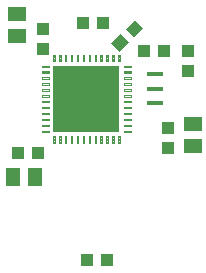
<source format=gbr>
G04 EAGLE Gerber RS-274X export*
G75*
%MOMM*%
%FSLAX34Y34*%
%LPD*%
%INSolderpaste Bottom*%
%IPPOS*%
%AMOC8*
5,1,8,0,0,1.08239X$1,22.5*%
G01*
%ADD10R,1.000000X1.100000*%
%ADD11R,1.500000X1.300000*%
%ADD12C,0.124994*%
%ADD13R,5.699988X5.699988*%
%ADD14R,1.399997X0.400000*%
%ADD15R,1.300000X1.500000*%
%ADD16R,1.100000X1.000000*%


D10*
X432090Y369521D03*
X432090Y386521D03*
D11*
X436127Y306058D03*
X436127Y325058D03*
D12*
X377827Y373077D02*
X377827Y374327D01*
X383577Y374327D01*
X383577Y373077D01*
X377827Y373077D01*
X377827Y374264D02*
X383577Y374264D01*
X377827Y369327D02*
X377827Y368077D01*
X377827Y369327D02*
X383577Y369327D01*
X383577Y368077D01*
X377827Y368077D01*
X377827Y369264D02*
X383577Y369264D01*
X377827Y364327D02*
X377827Y363077D01*
X377827Y364327D02*
X383577Y364327D01*
X383577Y363077D01*
X377827Y363077D01*
X377827Y364264D02*
X383577Y364264D01*
X377827Y359327D02*
X377827Y358077D01*
X377827Y359327D02*
X383577Y359327D01*
X383577Y358077D01*
X377827Y358077D01*
X377827Y359264D02*
X383577Y359264D01*
X377827Y354327D02*
X377827Y353077D01*
X377827Y354327D02*
X383577Y354327D01*
X383577Y353077D01*
X377827Y353077D01*
X377827Y354264D02*
X383577Y354264D01*
X377827Y349327D02*
X377827Y348077D01*
X377827Y349327D02*
X383577Y349327D01*
X383577Y348077D01*
X377827Y348077D01*
X377827Y349264D02*
X383577Y349264D01*
X377827Y344327D02*
X377827Y343077D01*
X377827Y344327D02*
X383577Y344327D01*
X383577Y343077D01*
X377827Y343077D01*
X377827Y344264D02*
X383577Y344264D01*
X377827Y339327D02*
X377827Y338077D01*
X377827Y339327D02*
X383577Y339327D01*
X383577Y338077D01*
X377827Y338077D01*
X377827Y339264D02*
X383577Y339264D01*
X377827Y334327D02*
X377827Y333077D01*
X377827Y334327D02*
X383577Y334327D01*
X383577Y333077D01*
X377827Y333077D01*
X377827Y334264D02*
X383577Y334264D01*
X377827Y329327D02*
X377827Y328077D01*
X377827Y329327D02*
X383577Y329327D01*
X383577Y328077D01*
X377827Y328077D01*
X377827Y329264D02*
X383577Y329264D01*
X377827Y324327D02*
X377827Y323077D01*
X377827Y324327D02*
X383577Y324327D01*
X383577Y323077D01*
X377827Y323077D01*
X377827Y324264D02*
X383577Y324264D01*
X377827Y319327D02*
X377827Y318077D01*
X377827Y319327D02*
X383577Y319327D01*
X383577Y318077D01*
X377827Y318077D01*
X377827Y319264D02*
X383577Y319264D01*
X374327Y314577D02*
X373077Y314577D01*
X374327Y314577D02*
X374327Y308827D01*
X373077Y308827D01*
X373077Y314577D01*
X373077Y310014D02*
X374327Y310014D01*
X374327Y311201D02*
X373077Y311201D01*
X373077Y312388D02*
X374327Y312388D01*
X374327Y313575D02*
X373077Y313575D01*
X369327Y314577D02*
X368077Y314577D01*
X369327Y314577D02*
X369327Y308827D01*
X368077Y308827D01*
X368077Y314577D01*
X368077Y310014D02*
X369327Y310014D01*
X369327Y311201D02*
X368077Y311201D01*
X368077Y312388D02*
X369327Y312388D01*
X369327Y313575D02*
X368077Y313575D01*
X364327Y314577D02*
X363077Y314577D01*
X364327Y314577D02*
X364327Y308827D01*
X363077Y308827D01*
X363077Y314577D01*
X363077Y310014D02*
X364327Y310014D01*
X364327Y311201D02*
X363077Y311201D01*
X363077Y312388D02*
X364327Y312388D01*
X364327Y313575D02*
X363077Y313575D01*
X359327Y314577D02*
X358077Y314577D01*
X359327Y314577D02*
X359327Y308827D01*
X358077Y308827D01*
X358077Y314577D01*
X358077Y310014D02*
X359327Y310014D01*
X359327Y311201D02*
X358077Y311201D01*
X358077Y312388D02*
X359327Y312388D01*
X359327Y313575D02*
X358077Y313575D01*
X354327Y314577D02*
X353077Y314577D01*
X354327Y314577D02*
X354327Y308827D01*
X353077Y308827D01*
X353077Y314577D01*
X353077Y310014D02*
X354327Y310014D01*
X354327Y311201D02*
X353077Y311201D01*
X353077Y312388D02*
X354327Y312388D01*
X354327Y313575D02*
X353077Y313575D01*
X349327Y314577D02*
X348077Y314577D01*
X349327Y314577D02*
X349327Y308827D01*
X348077Y308827D01*
X348077Y314577D01*
X348077Y310014D02*
X349327Y310014D01*
X349327Y311201D02*
X348077Y311201D01*
X348077Y312388D02*
X349327Y312388D01*
X349327Y313575D02*
X348077Y313575D01*
X344327Y314577D02*
X343077Y314577D01*
X344327Y314577D02*
X344327Y308827D01*
X343077Y308827D01*
X343077Y314577D01*
X343077Y310014D02*
X344327Y310014D01*
X344327Y311201D02*
X343077Y311201D01*
X343077Y312388D02*
X344327Y312388D01*
X344327Y313575D02*
X343077Y313575D01*
X339327Y314577D02*
X338077Y314577D01*
X339327Y314577D02*
X339327Y308827D01*
X338077Y308827D01*
X338077Y314577D01*
X338077Y310014D02*
X339327Y310014D01*
X339327Y311201D02*
X338077Y311201D01*
X338077Y312388D02*
X339327Y312388D01*
X339327Y313575D02*
X338077Y313575D01*
X334327Y314577D02*
X333077Y314577D01*
X334327Y314577D02*
X334327Y308827D01*
X333077Y308827D01*
X333077Y314577D01*
X333077Y310014D02*
X334327Y310014D01*
X334327Y311201D02*
X333077Y311201D01*
X333077Y312388D02*
X334327Y312388D01*
X334327Y313575D02*
X333077Y313575D01*
X329327Y314577D02*
X328077Y314577D01*
X329327Y314577D02*
X329327Y308827D01*
X328077Y308827D01*
X328077Y314577D01*
X328077Y310014D02*
X329327Y310014D01*
X329327Y311201D02*
X328077Y311201D01*
X328077Y312388D02*
X329327Y312388D01*
X329327Y313575D02*
X328077Y313575D01*
X324327Y314577D02*
X323077Y314577D01*
X324327Y314577D02*
X324327Y308827D01*
X323077Y308827D01*
X323077Y314577D01*
X323077Y310014D02*
X324327Y310014D01*
X324327Y311201D02*
X323077Y311201D01*
X323077Y312388D02*
X324327Y312388D01*
X324327Y313575D02*
X323077Y313575D01*
X319327Y314577D02*
X318077Y314577D01*
X319327Y314577D02*
X319327Y308827D01*
X318077Y308827D01*
X318077Y314577D01*
X318077Y310014D02*
X319327Y310014D01*
X319327Y311201D02*
X318077Y311201D01*
X318077Y312388D02*
X319327Y312388D01*
X319327Y313575D02*
X318077Y313575D01*
X314577Y318077D02*
X314577Y319327D01*
X314577Y318077D02*
X308827Y318077D01*
X308827Y319327D01*
X314577Y319327D01*
X314577Y319264D02*
X308827Y319264D01*
X314577Y323077D02*
X314577Y324327D01*
X314577Y323077D02*
X308827Y323077D01*
X308827Y324327D01*
X314577Y324327D01*
X314577Y324264D02*
X308827Y324264D01*
X314577Y328077D02*
X314577Y329327D01*
X314577Y328077D02*
X308827Y328077D01*
X308827Y329327D01*
X314577Y329327D01*
X314577Y329264D02*
X308827Y329264D01*
X314577Y333077D02*
X314577Y334327D01*
X314577Y333077D02*
X308827Y333077D01*
X308827Y334327D01*
X314577Y334327D01*
X314577Y334264D02*
X308827Y334264D01*
X314577Y338077D02*
X314577Y339327D01*
X314577Y338077D02*
X308827Y338077D01*
X308827Y339327D01*
X314577Y339327D01*
X314577Y339264D02*
X308827Y339264D01*
X314577Y343077D02*
X314577Y344327D01*
X314577Y343077D02*
X308827Y343077D01*
X308827Y344327D01*
X314577Y344327D01*
X314577Y344264D02*
X308827Y344264D01*
X314577Y348077D02*
X314577Y349327D01*
X314577Y348077D02*
X308827Y348077D01*
X308827Y349327D01*
X314577Y349327D01*
X314577Y349264D02*
X308827Y349264D01*
X314577Y353077D02*
X314577Y354327D01*
X314577Y353077D02*
X308827Y353077D01*
X308827Y354327D01*
X314577Y354327D01*
X314577Y354264D02*
X308827Y354264D01*
X314577Y358077D02*
X314577Y359327D01*
X314577Y358077D02*
X308827Y358077D01*
X308827Y359327D01*
X314577Y359327D01*
X314577Y359264D02*
X308827Y359264D01*
X314577Y363077D02*
X314577Y364327D01*
X314577Y363077D02*
X308827Y363077D01*
X308827Y364327D01*
X314577Y364327D01*
X314577Y364264D02*
X308827Y364264D01*
X314577Y368077D02*
X314577Y369327D01*
X314577Y368077D02*
X308827Y368077D01*
X308827Y369327D01*
X314577Y369327D01*
X314577Y369264D02*
X308827Y369264D01*
X314577Y373077D02*
X314577Y374327D01*
X314577Y373077D02*
X308827Y373077D01*
X308827Y374327D01*
X314577Y374327D01*
X314577Y374264D02*
X308827Y374264D01*
X318077Y377827D02*
X319327Y377827D01*
X318077Y377827D02*
X318077Y383577D01*
X319327Y383577D01*
X319327Y377827D01*
X319327Y379014D02*
X318077Y379014D01*
X318077Y380201D02*
X319327Y380201D01*
X319327Y381388D02*
X318077Y381388D01*
X318077Y382575D02*
X319327Y382575D01*
X323077Y377827D02*
X324327Y377827D01*
X323077Y377827D02*
X323077Y383577D01*
X324327Y383577D01*
X324327Y377827D01*
X324327Y379014D02*
X323077Y379014D01*
X323077Y380201D02*
X324327Y380201D01*
X324327Y381388D02*
X323077Y381388D01*
X323077Y382575D02*
X324327Y382575D01*
X328077Y377827D02*
X329327Y377827D01*
X328077Y377827D02*
X328077Y383577D01*
X329327Y383577D01*
X329327Y377827D01*
X329327Y379014D02*
X328077Y379014D01*
X328077Y380201D02*
X329327Y380201D01*
X329327Y381388D02*
X328077Y381388D01*
X328077Y382575D02*
X329327Y382575D01*
X333077Y377827D02*
X334327Y377827D01*
X333077Y377827D02*
X333077Y383577D01*
X334327Y383577D01*
X334327Y377827D01*
X334327Y379014D02*
X333077Y379014D01*
X333077Y380201D02*
X334327Y380201D01*
X334327Y381388D02*
X333077Y381388D01*
X333077Y382575D02*
X334327Y382575D01*
X338077Y377827D02*
X339327Y377827D01*
X338077Y377827D02*
X338077Y383577D01*
X339327Y383577D01*
X339327Y377827D01*
X339327Y379014D02*
X338077Y379014D01*
X338077Y380201D02*
X339327Y380201D01*
X339327Y381388D02*
X338077Y381388D01*
X338077Y382575D02*
X339327Y382575D01*
X343077Y377827D02*
X344327Y377827D01*
X343077Y377827D02*
X343077Y383577D01*
X344327Y383577D01*
X344327Y377827D01*
X344327Y379014D02*
X343077Y379014D01*
X343077Y380201D02*
X344327Y380201D01*
X344327Y381388D02*
X343077Y381388D01*
X343077Y382575D02*
X344327Y382575D01*
X348077Y377827D02*
X349327Y377827D01*
X348077Y377827D02*
X348077Y383577D01*
X349327Y383577D01*
X349327Y377827D01*
X349327Y379014D02*
X348077Y379014D01*
X348077Y380201D02*
X349327Y380201D01*
X349327Y381388D02*
X348077Y381388D01*
X348077Y382575D02*
X349327Y382575D01*
X353077Y377827D02*
X354327Y377827D01*
X353077Y377827D02*
X353077Y383577D01*
X354327Y383577D01*
X354327Y377827D01*
X354327Y379014D02*
X353077Y379014D01*
X353077Y380201D02*
X354327Y380201D01*
X354327Y381388D02*
X353077Y381388D01*
X353077Y382575D02*
X354327Y382575D01*
X358077Y377827D02*
X359327Y377827D01*
X358077Y377827D02*
X358077Y383577D01*
X359327Y383577D01*
X359327Y377827D01*
X359327Y379014D02*
X358077Y379014D01*
X358077Y380201D02*
X359327Y380201D01*
X359327Y381388D02*
X358077Y381388D01*
X358077Y382575D02*
X359327Y382575D01*
X363077Y377827D02*
X364327Y377827D01*
X363077Y377827D02*
X363077Y383577D01*
X364327Y383577D01*
X364327Y377827D01*
X364327Y379014D02*
X363077Y379014D01*
X363077Y380201D02*
X364327Y380201D01*
X364327Y381388D02*
X363077Y381388D01*
X363077Y382575D02*
X364327Y382575D01*
X368077Y377827D02*
X369327Y377827D01*
X368077Y377827D02*
X368077Y383577D01*
X369327Y383577D01*
X369327Y377827D01*
X369327Y379014D02*
X368077Y379014D01*
X368077Y380201D02*
X369327Y380201D01*
X369327Y381388D02*
X368077Y381388D01*
X368077Y382575D02*
X369327Y382575D01*
X373077Y377827D02*
X374327Y377827D01*
X373077Y377827D02*
X373077Y383577D01*
X374327Y383577D01*
X374327Y377827D01*
X374327Y379014D02*
X373077Y379014D01*
X373077Y380201D02*
X374327Y380201D01*
X374327Y381388D02*
X373077Y381388D01*
X373077Y382575D02*
X374327Y382575D01*
D13*
X346202Y346202D03*
D14*
X404335Y366820D03*
X404335Y354820D03*
X404335Y342820D03*
D10*
X343679Y410520D03*
X360679Y410520D03*
D15*
X302733Y279588D03*
X283733Y279588D03*
D11*
X287843Y399049D03*
X287843Y418049D03*
D10*
X414886Y304344D03*
X414886Y321344D03*
D16*
G36*
X382177Y393890D02*
X374400Y386113D01*
X367329Y393184D01*
X375106Y400961D01*
X382177Y393890D01*
G37*
G36*
X394198Y405911D02*
X386421Y398134D01*
X379350Y405205D01*
X387127Y412982D01*
X394198Y405911D01*
G37*
D10*
X309446Y388545D03*
X309446Y405545D03*
D16*
X305284Y299944D03*
X288284Y299944D03*
X395119Y386474D03*
X412119Y386474D03*
D10*
X363323Y209713D03*
X346323Y209713D03*
M02*

</source>
